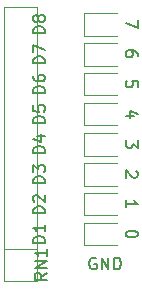
<source format=gbr>
%TF.GenerationSoftware,KiCad,Pcbnew,(5.1.9)-1*%
%TF.CreationDate,2021-02-04T07:54:42-05:00*%
%TF.ProjectId,NerdConsole_BreadBoard_BridgeMonitor8,4e657264-436f-46e7-936f-6c655f427265,rev?*%
%TF.SameCoordinates,Original*%
%TF.FileFunction,Legend,Top*%
%TF.FilePolarity,Positive*%
%FSLAX46Y46*%
G04 Gerber Fmt 4.6, Leading zero omitted, Abs format (unit mm)*
G04 Created by KiCad (PCBNEW (5.1.9)-1) date 2021-02-04 07:54:42*
%MOMM*%
%LPD*%
G01*
G04 APERTURE LIST*
%ADD10C,0.150000*%
%ADD11C,0.120000*%
G04 APERTURE END LIST*
D10*
X102547619Y-77466666D02*
X102547619Y-78133333D01*
X101547619Y-77704761D01*
X102547619Y-80540476D02*
X102547619Y-80350000D01*
X102500000Y-80254761D01*
X102452380Y-80207142D01*
X102309523Y-80111904D01*
X102119047Y-80064285D01*
X101738095Y-80064285D01*
X101642857Y-80111904D01*
X101595238Y-80159523D01*
X101547619Y-80254761D01*
X101547619Y-80445238D01*
X101595238Y-80540476D01*
X101642857Y-80588095D01*
X101738095Y-80635714D01*
X101976190Y-80635714D01*
X102071428Y-80588095D01*
X102119047Y-80540476D01*
X102166666Y-80445238D01*
X102166666Y-80254761D01*
X102119047Y-80159523D01*
X102071428Y-80111904D01*
X101976190Y-80064285D01*
X102547619Y-83138095D02*
X102547619Y-82661904D01*
X102071428Y-82614285D01*
X102119047Y-82661904D01*
X102166666Y-82757142D01*
X102166666Y-82995238D01*
X102119047Y-83090476D01*
X102071428Y-83138095D01*
X101976190Y-83185714D01*
X101738095Y-83185714D01*
X101642857Y-83138095D01*
X101595238Y-83090476D01*
X101547619Y-82995238D01*
X101547619Y-82757142D01*
X101595238Y-82661904D01*
X101642857Y-82614285D01*
X102214285Y-85640476D02*
X101547619Y-85640476D01*
X102595238Y-85402380D02*
X101880952Y-85164285D01*
X101880952Y-85783333D01*
X102547619Y-87666666D02*
X102547619Y-88285714D01*
X102166666Y-87952380D01*
X102166666Y-88095238D01*
X102119047Y-88190476D01*
X102071428Y-88238095D01*
X101976190Y-88285714D01*
X101738095Y-88285714D01*
X101642857Y-88238095D01*
X101595238Y-88190476D01*
X101547619Y-88095238D01*
X101547619Y-87809523D01*
X101595238Y-87714285D01*
X101642857Y-87666666D01*
X102452380Y-90264285D02*
X102500000Y-90311904D01*
X102547619Y-90407142D01*
X102547619Y-90645238D01*
X102500000Y-90740476D01*
X102452380Y-90788095D01*
X102357142Y-90835714D01*
X102261904Y-90835714D01*
X102119047Y-90788095D01*
X101547619Y-90216666D01*
X101547619Y-90835714D01*
X101547619Y-93335714D02*
X101547619Y-92764285D01*
X101547619Y-93050000D02*
X102547619Y-93050000D01*
X102404761Y-92954761D01*
X102309523Y-92859523D01*
X102261904Y-92764285D01*
X102547619Y-95552380D02*
X102547619Y-95647619D01*
X102500000Y-95742857D01*
X102452380Y-95790476D01*
X102357142Y-95838095D01*
X102166666Y-95885714D01*
X101928571Y-95885714D01*
X101738095Y-95838095D01*
X101642857Y-95790476D01*
X101595238Y-95742857D01*
X101547619Y-95647619D01*
X101547619Y-95552380D01*
X101595238Y-95457142D01*
X101642857Y-95409523D01*
X101738095Y-95361904D01*
X101928571Y-95314285D01*
X102166666Y-95314285D01*
X102357142Y-95361904D01*
X102452380Y-95409523D01*
X102500000Y-95457142D01*
X102547619Y-95552380D01*
X99038095Y-97650000D02*
X98942857Y-97602380D01*
X98800000Y-97602380D01*
X98657142Y-97650000D01*
X98561904Y-97745238D01*
X98514285Y-97840476D01*
X98466666Y-98030952D01*
X98466666Y-98173809D01*
X98514285Y-98364285D01*
X98561904Y-98459523D01*
X98657142Y-98554761D01*
X98800000Y-98602380D01*
X98895238Y-98602380D01*
X99038095Y-98554761D01*
X99085714Y-98507142D01*
X99085714Y-98173809D01*
X98895238Y-98173809D01*
X99514285Y-98602380D02*
X99514285Y-97602380D01*
X100085714Y-98602380D01*
X100085714Y-97602380D01*
X100561904Y-98602380D02*
X100561904Y-97602380D01*
X100800000Y-97602380D01*
X100942857Y-97650000D01*
X101038095Y-97745238D01*
X101085714Y-97840476D01*
X101133333Y-98030952D01*
X101133333Y-98173809D01*
X101085714Y-98364285D01*
X101038095Y-98459523D01*
X100942857Y-98554761D01*
X100800000Y-98602380D01*
X100561904Y-98602380D01*
D11*
%TO.C,D1*%
X97990000Y-96560000D02*
X100850000Y-96560000D01*
X97990000Y-94640000D02*
X97990000Y-96560000D01*
X100850000Y-94640000D02*
X97990000Y-94640000D01*
%TO.C,D2*%
X100850000Y-92090000D02*
X97990000Y-92090000D01*
X97990000Y-92090000D02*
X97990000Y-94010000D01*
X97990000Y-94010000D02*
X100850000Y-94010000D01*
%TO.C,D3*%
X97990000Y-91510000D02*
X100850000Y-91510000D01*
X97990000Y-89590000D02*
X97990000Y-91510000D01*
X100850000Y-89590000D02*
X97990000Y-89590000D01*
%TO.C,D4*%
X100850000Y-87040000D02*
X97990000Y-87040000D01*
X97990000Y-87040000D02*
X97990000Y-88960000D01*
X97990000Y-88960000D02*
X100850000Y-88960000D01*
%TO.C,D5*%
X97990000Y-86410000D02*
X100850000Y-86410000D01*
X97990000Y-84490000D02*
X97990000Y-86410000D01*
X100850000Y-84490000D02*
X97990000Y-84490000D01*
%TO.C,D6*%
X100850000Y-81940000D02*
X97990000Y-81940000D01*
X97990000Y-81940000D02*
X97990000Y-83860000D01*
X97990000Y-83860000D02*
X100850000Y-83860000D01*
%TO.C,D7*%
X97990000Y-81360000D02*
X100850000Y-81360000D01*
X97990000Y-79440000D02*
X97990000Y-81360000D01*
X100850000Y-79440000D02*
X97990000Y-79440000D01*
%TO.C,D8*%
X100850000Y-76890000D02*
X97990000Y-76890000D01*
X97990000Y-76890000D02*
X97990000Y-78810000D01*
X97990000Y-78810000D02*
X100850000Y-78810000D01*
%TO.C,RN1*%
X91250000Y-99615000D02*
X94050000Y-99615000D01*
X94050000Y-99615000D02*
X94050000Y-76415000D01*
X94050000Y-76415000D02*
X91250000Y-76415000D01*
X91250000Y-76415000D02*
X91250000Y-99615000D01*
X91250000Y-96905000D02*
X94050000Y-96905000D01*
%TO.C,D1*%
D10*
X94702380Y-96338095D02*
X93702380Y-96338095D01*
X93702380Y-96100000D01*
X93750000Y-95957142D01*
X93845238Y-95861904D01*
X93940476Y-95814285D01*
X94130952Y-95766666D01*
X94273809Y-95766666D01*
X94464285Y-95814285D01*
X94559523Y-95861904D01*
X94654761Y-95957142D01*
X94702380Y-96100000D01*
X94702380Y-96338095D01*
X94702380Y-94814285D02*
X94702380Y-95385714D01*
X94702380Y-95100000D02*
X93702380Y-95100000D01*
X93845238Y-95195238D01*
X93940476Y-95290476D01*
X93988095Y-95385714D01*
%TO.C,D2*%
X94702380Y-93838095D02*
X93702380Y-93838095D01*
X93702380Y-93600000D01*
X93750000Y-93457142D01*
X93845238Y-93361904D01*
X93940476Y-93314285D01*
X94130952Y-93266666D01*
X94273809Y-93266666D01*
X94464285Y-93314285D01*
X94559523Y-93361904D01*
X94654761Y-93457142D01*
X94702380Y-93600000D01*
X94702380Y-93838095D01*
X93797619Y-92885714D02*
X93750000Y-92838095D01*
X93702380Y-92742857D01*
X93702380Y-92504761D01*
X93750000Y-92409523D01*
X93797619Y-92361904D01*
X93892857Y-92314285D01*
X93988095Y-92314285D01*
X94130952Y-92361904D01*
X94702380Y-92933333D01*
X94702380Y-92314285D01*
%TO.C,D3*%
X94702380Y-91288095D02*
X93702380Y-91288095D01*
X93702380Y-91050000D01*
X93750000Y-90907142D01*
X93845238Y-90811904D01*
X93940476Y-90764285D01*
X94130952Y-90716666D01*
X94273809Y-90716666D01*
X94464285Y-90764285D01*
X94559523Y-90811904D01*
X94654761Y-90907142D01*
X94702380Y-91050000D01*
X94702380Y-91288095D01*
X93702380Y-90383333D02*
X93702380Y-89764285D01*
X94083333Y-90097619D01*
X94083333Y-89954761D01*
X94130952Y-89859523D01*
X94178571Y-89811904D01*
X94273809Y-89764285D01*
X94511904Y-89764285D01*
X94607142Y-89811904D01*
X94654761Y-89859523D01*
X94702380Y-89954761D01*
X94702380Y-90240476D01*
X94654761Y-90335714D01*
X94607142Y-90383333D01*
%TO.C,D4*%
X94702380Y-88738095D02*
X93702380Y-88738095D01*
X93702380Y-88500000D01*
X93750000Y-88357142D01*
X93845238Y-88261904D01*
X93940476Y-88214285D01*
X94130952Y-88166666D01*
X94273809Y-88166666D01*
X94464285Y-88214285D01*
X94559523Y-88261904D01*
X94654761Y-88357142D01*
X94702380Y-88500000D01*
X94702380Y-88738095D01*
X94035714Y-87309523D02*
X94702380Y-87309523D01*
X93654761Y-87547619D02*
X94369047Y-87785714D01*
X94369047Y-87166666D01*
%TO.C,D5*%
X94702380Y-86188095D02*
X93702380Y-86188095D01*
X93702380Y-85950000D01*
X93750000Y-85807142D01*
X93845238Y-85711904D01*
X93940476Y-85664285D01*
X94130952Y-85616666D01*
X94273809Y-85616666D01*
X94464285Y-85664285D01*
X94559523Y-85711904D01*
X94654761Y-85807142D01*
X94702380Y-85950000D01*
X94702380Y-86188095D01*
X93702380Y-84711904D02*
X93702380Y-85188095D01*
X94178571Y-85235714D01*
X94130952Y-85188095D01*
X94083333Y-85092857D01*
X94083333Y-84854761D01*
X94130952Y-84759523D01*
X94178571Y-84711904D01*
X94273809Y-84664285D01*
X94511904Y-84664285D01*
X94607142Y-84711904D01*
X94654761Y-84759523D01*
X94702380Y-84854761D01*
X94702380Y-85092857D01*
X94654761Y-85188095D01*
X94607142Y-85235714D01*
%TO.C,D6*%
X94702380Y-83638095D02*
X93702380Y-83638095D01*
X93702380Y-83400000D01*
X93750000Y-83257142D01*
X93845238Y-83161904D01*
X93940476Y-83114285D01*
X94130952Y-83066666D01*
X94273809Y-83066666D01*
X94464285Y-83114285D01*
X94559523Y-83161904D01*
X94654761Y-83257142D01*
X94702380Y-83400000D01*
X94702380Y-83638095D01*
X93702380Y-82209523D02*
X93702380Y-82400000D01*
X93750000Y-82495238D01*
X93797619Y-82542857D01*
X93940476Y-82638095D01*
X94130952Y-82685714D01*
X94511904Y-82685714D01*
X94607142Y-82638095D01*
X94654761Y-82590476D01*
X94702380Y-82495238D01*
X94702380Y-82304761D01*
X94654761Y-82209523D01*
X94607142Y-82161904D01*
X94511904Y-82114285D01*
X94273809Y-82114285D01*
X94178571Y-82161904D01*
X94130952Y-82209523D01*
X94083333Y-82304761D01*
X94083333Y-82495238D01*
X94130952Y-82590476D01*
X94178571Y-82638095D01*
X94273809Y-82685714D01*
%TO.C,D7*%
X94702380Y-81138095D02*
X93702380Y-81138095D01*
X93702380Y-80900000D01*
X93750000Y-80757142D01*
X93845238Y-80661904D01*
X93940476Y-80614285D01*
X94130952Y-80566666D01*
X94273809Y-80566666D01*
X94464285Y-80614285D01*
X94559523Y-80661904D01*
X94654761Y-80757142D01*
X94702380Y-80900000D01*
X94702380Y-81138095D01*
X93702380Y-80233333D02*
X93702380Y-79566666D01*
X94702380Y-79995238D01*
%TO.C,D8*%
X94702380Y-78588095D02*
X93702380Y-78588095D01*
X93702380Y-78350000D01*
X93750000Y-78207142D01*
X93845238Y-78111904D01*
X93940476Y-78064285D01*
X94130952Y-78016666D01*
X94273809Y-78016666D01*
X94464285Y-78064285D01*
X94559523Y-78111904D01*
X94654761Y-78207142D01*
X94702380Y-78350000D01*
X94702380Y-78588095D01*
X94130952Y-77445238D02*
X94083333Y-77540476D01*
X94035714Y-77588095D01*
X93940476Y-77635714D01*
X93892857Y-77635714D01*
X93797619Y-77588095D01*
X93750000Y-77540476D01*
X93702380Y-77445238D01*
X93702380Y-77254761D01*
X93750000Y-77159523D01*
X93797619Y-77111904D01*
X93892857Y-77064285D01*
X93940476Y-77064285D01*
X94035714Y-77111904D01*
X94083333Y-77159523D01*
X94130952Y-77254761D01*
X94130952Y-77445238D01*
X94178571Y-77540476D01*
X94226190Y-77588095D01*
X94321428Y-77635714D01*
X94511904Y-77635714D01*
X94607142Y-77588095D01*
X94654761Y-77540476D01*
X94702380Y-77445238D01*
X94702380Y-77254761D01*
X94654761Y-77159523D01*
X94607142Y-77111904D01*
X94511904Y-77064285D01*
X94321428Y-77064285D01*
X94226190Y-77111904D01*
X94178571Y-77159523D01*
X94130952Y-77254761D01*
%TO.C,RN1*%
X94852380Y-98890476D02*
X94376190Y-99223809D01*
X94852380Y-99461904D02*
X93852380Y-99461904D01*
X93852380Y-99080952D01*
X93900000Y-98985714D01*
X93947619Y-98938095D01*
X94042857Y-98890476D01*
X94185714Y-98890476D01*
X94280952Y-98938095D01*
X94328571Y-98985714D01*
X94376190Y-99080952D01*
X94376190Y-99461904D01*
X94852380Y-98461904D02*
X93852380Y-98461904D01*
X94852380Y-97890476D01*
X93852380Y-97890476D01*
X94852380Y-96890476D02*
X94852380Y-97461904D01*
X94852380Y-97176190D02*
X93852380Y-97176190D01*
X93995238Y-97271428D01*
X94090476Y-97366666D01*
X94138095Y-97461904D01*
%TD*%
M02*

</source>
